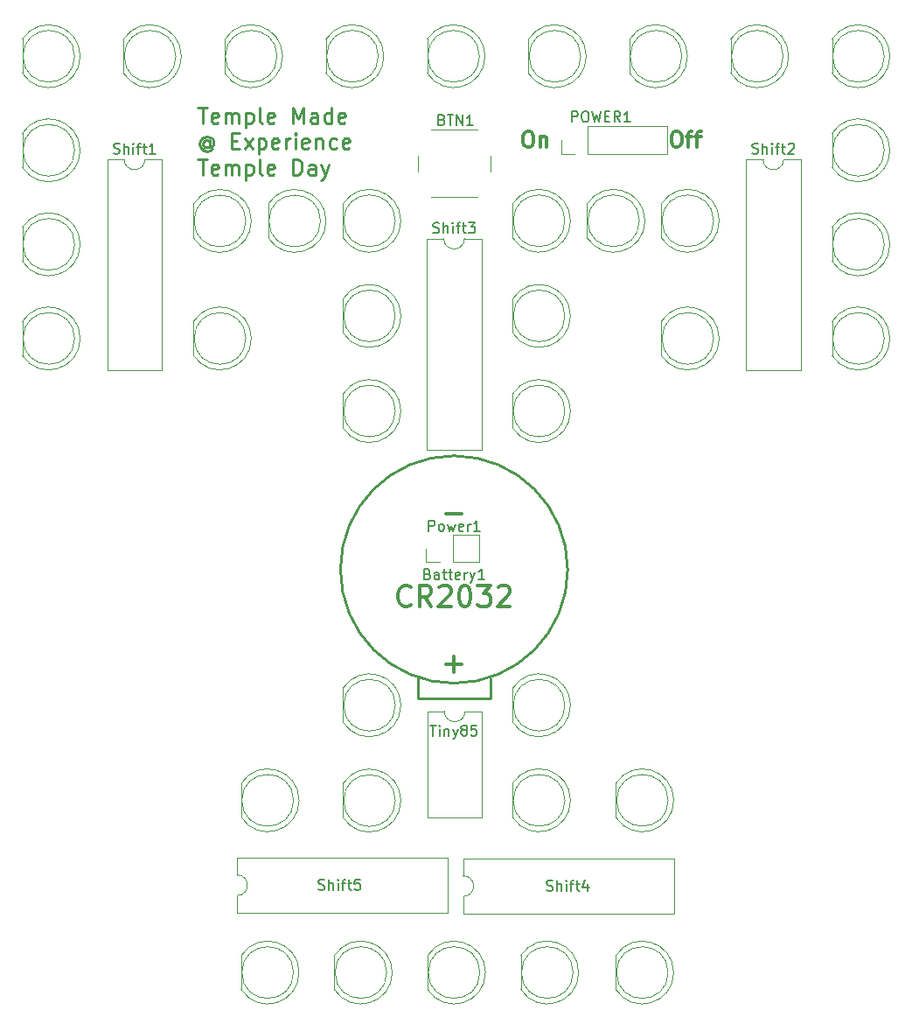
<source format=gbr>
G04 #@! TF.GenerationSoftware,KiCad,Pcbnew,(5.0.0)*
G04 #@! TF.CreationDate,2019-01-20T21:11:23-05:00*
G04 #@! TF.ProjectId,MiniTempleT,4D696E6954656D706C65542E6B696361,rev?*
G04 #@! TF.SameCoordinates,Original*
G04 #@! TF.FileFunction,Legend,Top*
G04 #@! TF.FilePolarity,Positive*
%FSLAX46Y46*%
G04 Gerber Fmt 4.6, Leading zero omitted, Abs format (unit mm)*
G04 Created by KiCad (PCBNEW (5.0.0)) date 01/20/19 21:11:23*
%MOMM*%
%LPD*%
G01*
G04 APERTURE LIST*
%ADD10C,0.250000*%
%ADD11C,0.300000*%
%ADD12C,0.120000*%
%ADD13C,0.150000*%
G04 APERTURE END LIST*
D10*
X146405357Y-62878571D02*
X147262500Y-62878571D01*
X146833928Y-64378571D02*
X146833928Y-62878571D01*
X148333928Y-64307142D02*
X148191071Y-64378571D01*
X147905357Y-64378571D01*
X147762500Y-64307142D01*
X147691071Y-64164285D01*
X147691071Y-63592857D01*
X147762500Y-63450000D01*
X147905357Y-63378571D01*
X148191071Y-63378571D01*
X148333928Y-63450000D01*
X148405357Y-63592857D01*
X148405357Y-63735714D01*
X147691071Y-63878571D01*
X149048214Y-64378571D02*
X149048214Y-63378571D01*
X149048214Y-63521428D02*
X149119642Y-63450000D01*
X149262500Y-63378571D01*
X149476785Y-63378571D01*
X149619642Y-63450000D01*
X149691071Y-63592857D01*
X149691071Y-64378571D01*
X149691071Y-63592857D02*
X149762500Y-63450000D01*
X149905357Y-63378571D01*
X150119642Y-63378571D01*
X150262500Y-63450000D01*
X150333928Y-63592857D01*
X150333928Y-64378571D01*
X151048214Y-63378571D02*
X151048214Y-64878571D01*
X151048214Y-63450000D02*
X151191071Y-63378571D01*
X151476785Y-63378571D01*
X151619642Y-63450000D01*
X151691071Y-63521428D01*
X151762500Y-63664285D01*
X151762500Y-64092857D01*
X151691071Y-64235714D01*
X151619642Y-64307142D01*
X151476785Y-64378571D01*
X151191071Y-64378571D01*
X151048214Y-64307142D01*
X152619642Y-64378571D02*
X152476785Y-64307142D01*
X152405357Y-64164285D01*
X152405357Y-62878571D01*
X153762500Y-64307142D02*
X153619642Y-64378571D01*
X153333928Y-64378571D01*
X153191071Y-64307142D01*
X153119642Y-64164285D01*
X153119642Y-63592857D01*
X153191071Y-63450000D01*
X153333928Y-63378571D01*
X153619642Y-63378571D01*
X153762500Y-63450000D01*
X153833928Y-63592857D01*
X153833928Y-63735714D01*
X153119642Y-63878571D01*
X155619642Y-64378571D02*
X155619642Y-62878571D01*
X156119642Y-63950000D01*
X156619642Y-62878571D01*
X156619642Y-64378571D01*
X157976785Y-64378571D02*
X157976785Y-63592857D01*
X157905357Y-63450000D01*
X157762500Y-63378571D01*
X157476785Y-63378571D01*
X157333928Y-63450000D01*
X157976785Y-64307142D02*
X157833928Y-64378571D01*
X157476785Y-64378571D01*
X157333928Y-64307142D01*
X157262500Y-64164285D01*
X157262500Y-64021428D01*
X157333928Y-63878571D01*
X157476785Y-63807142D01*
X157833928Y-63807142D01*
X157976785Y-63735714D01*
X159333928Y-64378571D02*
X159333928Y-62878571D01*
X159333928Y-64307142D02*
X159191071Y-64378571D01*
X158905357Y-64378571D01*
X158762500Y-64307142D01*
X158691071Y-64235714D01*
X158619642Y-64092857D01*
X158619642Y-63664285D01*
X158691071Y-63521428D01*
X158762500Y-63450000D01*
X158905357Y-63378571D01*
X159191071Y-63378571D01*
X159333928Y-63450000D01*
X160619642Y-64307142D02*
X160476785Y-64378571D01*
X160191071Y-64378571D01*
X160048214Y-64307142D01*
X159976785Y-64164285D01*
X159976785Y-63592857D01*
X160048214Y-63450000D01*
X160191071Y-63378571D01*
X160476785Y-63378571D01*
X160619642Y-63450000D01*
X160691071Y-63592857D01*
X160691071Y-63735714D01*
X159976785Y-63878571D01*
X147548214Y-66164285D02*
X147476785Y-66092857D01*
X147333928Y-66021428D01*
X147191071Y-66021428D01*
X147048214Y-66092857D01*
X146976785Y-66164285D01*
X146905357Y-66307142D01*
X146905357Y-66450000D01*
X146976785Y-66592857D01*
X147048214Y-66664285D01*
X147191071Y-66735714D01*
X147333928Y-66735714D01*
X147476785Y-66664285D01*
X147548214Y-66592857D01*
X147548214Y-66021428D02*
X147548214Y-66592857D01*
X147619642Y-66664285D01*
X147691071Y-66664285D01*
X147833928Y-66592857D01*
X147905357Y-66450000D01*
X147905357Y-66092857D01*
X147762500Y-65878571D01*
X147548214Y-65735714D01*
X147262500Y-65664285D01*
X146976785Y-65735714D01*
X146762500Y-65878571D01*
X146619642Y-66092857D01*
X146548214Y-66378571D01*
X146619642Y-66664285D01*
X146762500Y-66878571D01*
X146976785Y-67021428D01*
X147262500Y-67092857D01*
X147548214Y-67021428D01*
X147762500Y-66878571D01*
X149691071Y-66092857D02*
X150191071Y-66092857D01*
X150405357Y-66878571D02*
X149691071Y-66878571D01*
X149691071Y-65378571D01*
X150405357Y-65378571D01*
X150905357Y-66878571D02*
X151691071Y-65878571D01*
X150905357Y-65878571D02*
X151691071Y-66878571D01*
X152262500Y-65878571D02*
X152262500Y-67378571D01*
X152262500Y-65950000D02*
X152405357Y-65878571D01*
X152691071Y-65878571D01*
X152833928Y-65950000D01*
X152905357Y-66021428D01*
X152976785Y-66164285D01*
X152976785Y-66592857D01*
X152905357Y-66735714D01*
X152833928Y-66807142D01*
X152691071Y-66878571D01*
X152405357Y-66878571D01*
X152262500Y-66807142D01*
X154191071Y-66807142D02*
X154048214Y-66878571D01*
X153762500Y-66878571D01*
X153619642Y-66807142D01*
X153548214Y-66664285D01*
X153548214Y-66092857D01*
X153619642Y-65950000D01*
X153762500Y-65878571D01*
X154048214Y-65878571D01*
X154191071Y-65950000D01*
X154262500Y-66092857D01*
X154262500Y-66235714D01*
X153548214Y-66378571D01*
X154905357Y-66878571D02*
X154905357Y-65878571D01*
X154905357Y-66164285D02*
X154976785Y-66021428D01*
X155048214Y-65950000D01*
X155191071Y-65878571D01*
X155333928Y-65878571D01*
X155833928Y-66878571D02*
X155833928Y-65878571D01*
X155833928Y-65378571D02*
X155762500Y-65450000D01*
X155833928Y-65521428D01*
X155905357Y-65450000D01*
X155833928Y-65378571D01*
X155833928Y-65521428D01*
X157119642Y-66807142D02*
X156976785Y-66878571D01*
X156691071Y-66878571D01*
X156548214Y-66807142D01*
X156476785Y-66664285D01*
X156476785Y-66092857D01*
X156548214Y-65950000D01*
X156691071Y-65878571D01*
X156976785Y-65878571D01*
X157119642Y-65950000D01*
X157191071Y-66092857D01*
X157191071Y-66235714D01*
X156476785Y-66378571D01*
X157833928Y-65878571D02*
X157833928Y-66878571D01*
X157833928Y-66021428D02*
X157905357Y-65950000D01*
X158048214Y-65878571D01*
X158262500Y-65878571D01*
X158405357Y-65950000D01*
X158476785Y-66092857D01*
X158476785Y-66878571D01*
X159833928Y-66807142D02*
X159691071Y-66878571D01*
X159405357Y-66878571D01*
X159262500Y-66807142D01*
X159191071Y-66735714D01*
X159119642Y-66592857D01*
X159119642Y-66164285D01*
X159191071Y-66021428D01*
X159262500Y-65950000D01*
X159405357Y-65878571D01*
X159691071Y-65878571D01*
X159833928Y-65950000D01*
X161048214Y-66807142D02*
X160905357Y-66878571D01*
X160619642Y-66878571D01*
X160476785Y-66807142D01*
X160405357Y-66664285D01*
X160405357Y-66092857D01*
X160476785Y-65950000D01*
X160619642Y-65878571D01*
X160905357Y-65878571D01*
X161048214Y-65950000D01*
X161119642Y-66092857D01*
X161119642Y-66235714D01*
X160405357Y-66378571D01*
X146405357Y-67878571D02*
X147262500Y-67878571D01*
X146833928Y-69378571D02*
X146833928Y-67878571D01*
X148333928Y-69307142D02*
X148191071Y-69378571D01*
X147905357Y-69378571D01*
X147762500Y-69307142D01*
X147691071Y-69164285D01*
X147691071Y-68592857D01*
X147762500Y-68450000D01*
X147905357Y-68378571D01*
X148191071Y-68378571D01*
X148333928Y-68450000D01*
X148405357Y-68592857D01*
X148405357Y-68735714D01*
X147691071Y-68878571D01*
X149048214Y-69378571D02*
X149048214Y-68378571D01*
X149048214Y-68521428D02*
X149119642Y-68450000D01*
X149262500Y-68378571D01*
X149476785Y-68378571D01*
X149619642Y-68450000D01*
X149691071Y-68592857D01*
X149691071Y-69378571D01*
X149691071Y-68592857D02*
X149762500Y-68450000D01*
X149905357Y-68378571D01*
X150119642Y-68378571D01*
X150262500Y-68450000D01*
X150333928Y-68592857D01*
X150333928Y-69378571D01*
X151048214Y-68378571D02*
X151048214Y-69878571D01*
X151048214Y-68450000D02*
X151191071Y-68378571D01*
X151476785Y-68378571D01*
X151619642Y-68450000D01*
X151691071Y-68521428D01*
X151762500Y-68664285D01*
X151762500Y-69092857D01*
X151691071Y-69235714D01*
X151619642Y-69307142D01*
X151476785Y-69378571D01*
X151191071Y-69378571D01*
X151048214Y-69307142D01*
X152619642Y-69378571D02*
X152476785Y-69307142D01*
X152405357Y-69164285D01*
X152405357Y-67878571D01*
X153762500Y-69307142D02*
X153619642Y-69378571D01*
X153333928Y-69378571D01*
X153191071Y-69307142D01*
X153119642Y-69164285D01*
X153119642Y-68592857D01*
X153191071Y-68450000D01*
X153333928Y-68378571D01*
X153619642Y-68378571D01*
X153762500Y-68450000D01*
X153833928Y-68592857D01*
X153833928Y-68735714D01*
X153119642Y-68878571D01*
X155619642Y-69378571D02*
X155619642Y-67878571D01*
X155976785Y-67878571D01*
X156191071Y-67950000D01*
X156333928Y-68092857D01*
X156405357Y-68235714D01*
X156476785Y-68521428D01*
X156476785Y-68735714D01*
X156405357Y-69021428D01*
X156333928Y-69164285D01*
X156191071Y-69307142D01*
X155976785Y-69378571D01*
X155619642Y-69378571D01*
X157762500Y-69378571D02*
X157762500Y-68592857D01*
X157691071Y-68450000D01*
X157548214Y-68378571D01*
X157262500Y-68378571D01*
X157119642Y-68450000D01*
X157762500Y-69307142D02*
X157619642Y-69378571D01*
X157262500Y-69378571D01*
X157119642Y-69307142D01*
X157048214Y-69164285D01*
X157048214Y-69021428D01*
X157119642Y-68878571D01*
X157262500Y-68807142D01*
X157619642Y-68807142D01*
X157762500Y-68735714D01*
X158333928Y-68378571D02*
X158691071Y-69378571D01*
X159048214Y-68378571D02*
X158691071Y-69378571D01*
X158548214Y-69735714D01*
X158476785Y-69807142D01*
X158333928Y-69878571D01*
D11*
X178248571Y-65218571D02*
X178534285Y-65218571D01*
X178677142Y-65290000D01*
X178820000Y-65432857D01*
X178891428Y-65718571D01*
X178891428Y-66218571D01*
X178820000Y-66504285D01*
X178677142Y-66647142D01*
X178534285Y-66718571D01*
X178248571Y-66718571D01*
X178105714Y-66647142D01*
X177962857Y-66504285D01*
X177891428Y-66218571D01*
X177891428Y-65718571D01*
X177962857Y-65432857D01*
X178105714Y-65290000D01*
X178248571Y-65218571D01*
X179534285Y-65718571D02*
X179534285Y-66718571D01*
X179534285Y-65861428D02*
X179605714Y-65790000D01*
X179748571Y-65718571D01*
X179962857Y-65718571D01*
X180105714Y-65790000D01*
X180177142Y-65932857D01*
X180177142Y-66718571D01*
X192600000Y-65178571D02*
X192885714Y-65178571D01*
X193028571Y-65250000D01*
X193171428Y-65392857D01*
X193242857Y-65678571D01*
X193242857Y-66178571D01*
X193171428Y-66464285D01*
X193028571Y-66607142D01*
X192885714Y-66678571D01*
X192600000Y-66678571D01*
X192457142Y-66607142D01*
X192314285Y-66464285D01*
X192242857Y-66178571D01*
X192242857Y-65678571D01*
X192314285Y-65392857D01*
X192457142Y-65250000D01*
X192600000Y-65178571D01*
X193671428Y-65678571D02*
X194242857Y-65678571D01*
X193885714Y-66678571D02*
X193885714Y-65392857D01*
X193957142Y-65250000D01*
X194100000Y-65178571D01*
X194242857Y-65178571D01*
X194528571Y-65678571D02*
X195100000Y-65678571D01*
X194742857Y-66678571D02*
X194742857Y-65392857D01*
X194814285Y-65250000D01*
X194957142Y-65178571D01*
X195100000Y-65178571D01*
D12*
G04 #@! TO.C,Tiny85*
X172260000Y-121288000D02*
G75*
G02X170260000Y-121288000I-1000000J0D01*
G01*
X170260000Y-121288000D02*
X168610000Y-121288000D01*
X168610000Y-121288000D02*
X168610000Y-131568000D01*
X168610000Y-131568000D02*
X173910000Y-131568000D01*
X173910000Y-131568000D02*
X173910000Y-121288000D01*
X173910000Y-121288000D02*
X172260000Y-121288000D01*
G04 #@! TO.C,BTN1*
X168965000Y-71540000D02*
X173465000Y-71540000D01*
X167715000Y-67540000D02*
X167715000Y-69040000D01*
X173465000Y-65040000D02*
X168965000Y-65040000D01*
X174715000Y-69040000D02*
X174715000Y-67540000D01*
D10*
G04 #@! TO.C,Battery1*
X171196000Y-120069000D02*
X167696000Y-120069000D01*
X167696000Y-120069000D02*
X167696000Y-118069000D01*
X171196000Y-120069000D02*
X174196000Y-120069000D01*
X174196000Y-120069000D02*
X174696000Y-120069000D01*
X174696000Y-120069000D02*
X174696000Y-118069000D01*
X182196000Y-107569000D02*
G75*
G03X182196000Y-107569000I-11000000J0D01*
G01*
D12*
G04 #@! TO.C,Power1*
X173669000Y-106867000D02*
X173669000Y-104207000D01*
X171069000Y-106867000D02*
X173669000Y-106867000D01*
X171069000Y-104207000D02*
X173669000Y-104207000D01*
X171069000Y-106867000D02*
X171069000Y-104207000D01*
X169799000Y-106867000D02*
X168469000Y-106867000D01*
X168469000Y-106867000D02*
X168469000Y-105537000D01*
G04 #@! TO.C,D1*
X134992999Y-85218958D02*
G75*
G03X129393000Y-83577488I-3039999J1958D01*
G01*
X134992999Y-85215042D02*
G75*
G02X129393000Y-86856512I-3039999J-1958D01*
G01*
X134453000Y-85217000D02*
G75*
G03X134453000Y-85217000I-2500000J0D01*
G01*
X129393000Y-83577000D02*
X129393000Y-86857000D01*
G04 #@! TO.C,D2*
X129393000Y-74477000D02*
X129393000Y-77757000D01*
X134453000Y-76117000D02*
G75*
G03X134453000Y-76117000I-2500000J0D01*
G01*
X134992999Y-76115042D02*
G75*
G02X129393000Y-77756512I-3039999J-1958D01*
G01*
X134992999Y-76118958D02*
G75*
G03X129393000Y-74477488I-3039999J1958D01*
G01*
G04 #@! TO.C,D3*
X129393000Y-65377000D02*
X129393000Y-68657000D01*
X134453000Y-67017000D02*
G75*
G03X134453000Y-67017000I-2500000J0D01*
G01*
X134992999Y-67015042D02*
G75*
G02X129393000Y-68656512I-3039999J-1958D01*
G01*
X134992999Y-67018958D02*
G75*
G03X129393000Y-65377488I-3039999J1958D01*
G01*
G04 #@! TO.C,D4*
X129393000Y-56277000D02*
X129393000Y-59557000D01*
X134453000Y-57917000D02*
G75*
G03X134453000Y-57917000I-2500000J0D01*
G01*
X134992999Y-57915042D02*
G75*
G02X129393000Y-59556512I-3039999J-1958D01*
G01*
X134992999Y-57918958D02*
G75*
G03X129393000Y-56277488I-3039999J1958D01*
G01*
G04 #@! TO.C,D5*
X144792999Y-57918958D02*
G75*
G03X139193000Y-56277488I-3039999J1958D01*
G01*
X144792999Y-57915042D02*
G75*
G02X139193000Y-59556512I-3039999J-1958D01*
G01*
X144253000Y-57917000D02*
G75*
G03X144253000Y-57917000I-2500000J0D01*
G01*
X139193000Y-56277000D02*
X139193000Y-59557000D01*
G04 #@! TO.C,D6*
X148993000Y-56277000D02*
X148993000Y-59557000D01*
X154053000Y-57917000D02*
G75*
G03X154053000Y-57917000I-2500000J0D01*
G01*
X154592999Y-57915042D02*
G75*
G02X148993000Y-59556512I-3039999J-1958D01*
G01*
X154592999Y-57918958D02*
G75*
G03X148993000Y-56277488I-3039999J1958D01*
G01*
G04 #@! TO.C,D7*
X164392999Y-57918958D02*
G75*
G03X158793000Y-56277488I-3039999J1958D01*
G01*
X164392999Y-57915042D02*
G75*
G02X158793000Y-59556512I-3039999J-1958D01*
G01*
X163853000Y-57917000D02*
G75*
G03X163853000Y-57917000I-2500000J0D01*
G01*
X158793000Y-56277000D02*
X158793000Y-59557000D01*
G04 #@! TO.C,D8*
X174192999Y-57918958D02*
G75*
G03X168593000Y-56277488I-3039999J1958D01*
G01*
X174192999Y-57915042D02*
G75*
G02X168593000Y-59556512I-3039999J-1958D01*
G01*
X173653000Y-57917000D02*
G75*
G03X173653000Y-57917000I-2500000J0D01*
G01*
X168593000Y-56277000D02*
X168593000Y-59557000D01*
G04 #@! TO.C,D9*
X178393000Y-56277000D02*
X178393000Y-59557000D01*
X183453000Y-57917000D02*
G75*
G03X183453000Y-57917000I-2500000J0D01*
G01*
X183992999Y-57915042D02*
G75*
G02X178393000Y-59556512I-3039999J-1958D01*
G01*
X183992999Y-57918958D02*
G75*
G03X178393000Y-56277488I-3039999J1958D01*
G01*
G04 #@! TO.C,D10*
X188193000Y-56277000D02*
X188193000Y-59557000D01*
X193253000Y-57917000D02*
G75*
G03X193253000Y-57917000I-2500000J0D01*
G01*
X193792999Y-57915042D02*
G75*
G02X188193000Y-59556512I-3039999J-1958D01*
G01*
X193792999Y-57918958D02*
G75*
G03X188193000Y-56277488I-3039999J1958D01*
G01*
G04 #@! TO.C,D11*
X203592999Y-57918958D02*
G75*
G03X197993000Y-56277488I-3039999J1958D01*
G01*
X203592999Y-57915042D02*
G75*
G02X197993000Y-59556512I-3039999J-1958D01*
G01*
X203053000Y-57917000D02*
G75*
G03X203053000Y-57917000I-2500000J0D01*
G01*
X197993000Y-56277000D02*
X197993000Y-59557000D01*
G04 #@! TO.C,D12*
X207793000Y-56277000D02*
X207793000Y-59557000D01*
X212853000Y-57917000D02*
G75*
G03X212853000Y-57917000I-2500000J0D01*
G01*
X213392999Y-57915042D02*
G75*
G02X207793000Y-59556512I-3039999J-1958D01*
G01*
X213392999Y-57918958D02*
G75*
G03X207793000Y-56277488I-3039999J1958D01*
G01*
G04 #@! TO.C,D13*
X213392999Y-67018958D02*
G75*
G03X207793000Y-65377488I-3039999J1958D01*
G01*
X213392999Y-67015042D02*
G75*
G02X207793000Y-68656512I-3039999J-1958D01*
G01*
X212853000Y-67017000D02*
G75*
G03X212853000Y-67017000I-2500000J0D01*
G01*
X207793000Y-65377000D02*
X207793000Y-68657000D01*
G04 #@! TO.C,D14*
X207793000Y-74477000D02*
X207793000Y-77757000D01*
X212853000Y-76117000D02*
G75*
G03X212853000Y-76117000I-2500000J0D01*
G01*
X213392999Y-76115042D02*
G75*
G02X207793000Y-77756512I-3039999J-1958D01*
G01*
X213392999Y-76118958D02*
G75*
G03X207793000Y-74477488I-3039999J1958D01*
G01*
G04 #@! TO.C,D15*
X213392999Y-85218958D02*
G75*
G03X207793000Y-83577488I-3039999J1958D01*
G01*
X213392999Y-85215042D02*
G75*
G02X207793000Y-86856512I-3039999J-1958D01*
G01*
X212853000Y-85217000D02*
G75*
G03X212853000Y-85217000I-2500000J0D01*
G01*
X207793000Y-83577000D02*
X207793000Y-86857000D01*
G04 #@! TO.C,D16*
X191267000Y-83577000D02*
X191267000Y-86857000D01*
X196327000Y-85217000D02*
G75*
G03X196327000Y-85217000I-2500000J0D01*
G01*
X196866999Y-85215042D02*
G75*
G02X191267000Y-86856512I-3039999J-1958D01*
G01*
X196866999Y-85218958D02*
G75*
G03X191267000Y-83577488I-3039999J1958D01*
G01*
G04 #@! TO.C,D17*
X191267000Y-72197800D02*
X191267000Y-75477800D01*
X196327000Y-73837800D02*
G75*
G03X196327000Y-73837800I-2500000J0D01*
G01*
X196866999Y-73835842D02*
G75*
G02X191267000Y-75477312I-3039999J-1958D01*
G01*
X196866999Y-73839758D02*
G75*
G03X191267000Y-72198288I-3039999J1958D01*
G01*
G04 #@! TO.C,D18*
X189678999Y-73839758D02*
G75*
G03X184079000Y-72198288I-3039999J1958D01*
G01*
X189678999Y-73835842D02*
G75*
G02X184079000Y-75477312I-3039999J-1958D01*
G01*
X189139000Y-73837800D02*
G75*
G03X189139000Y-73837800I-2500000J0D01*
G01*
X184079000Y-72197800D02*
X184079000Y-75477800D01*
G04 #@! TO.C,D19*
X176866000Y-72197800D02*
X176866000Y-75477800D01*
X181926000Y-73837800D02*
G75*
G03X181926000Y-73837800I-2500000J0D01*
G01*
X182465999Y-73835842D02*
G75*
G02X176866000Y-75477312I-3039999J-1958D01*
G01*
X182465999Y-73839758D02*
G75*
G03X176866000Y-72198288I-3039999J1958D01*
G01*
G04 #@! TO.C,D20*
X182465999Y-83039758D02*
G75*
G03X176866000Y-81398288I-3039999J1958D01*
G01*
X182465999Y-83035842D02*
G75*
G02X176866000Y-84677312I-3039999J-1958D01*
G01*
X181926000Y-83037800D02*
G75*
G03X181926000Y-83037800I-2500000J0D01*
G01*
X176866000Y-81397800D02*
X176866000Y-84677800D01*
G04 #@! TO.C,D21*
X176866000Y-90597800D02*
X176866000Y-93877800D01*
X181926000Y-92237800D02*
G75*
G03X181926000Y-92237800I-2500000J0D01*
G01*
X182465999Y-92235842D02*
G75*
G02X176866000Y-93877312I-3039999J-1958D01*
G01*
X182465999Y-92239758D02*
G75*
G03X176866000Y-90598288I-3039999J1958D01*
G01*
G04 #@! TO.C,D22*
X182465999Y-120700958D02*
G75*
G03X176866000Y-119059488I-3039999J1958D01*
G01*
X182465999Y-120697042D02*
G75*
G02X176866000Y-122338512I-3039999J-1958D01*
G01*
X181926000Y-120699000D02*
G75*
G03X181926000Y-120699000I-2500000J0D01*
G01*
X176866000Y-119059000D02*
X176866000Y-122339000D01*
G04 #@! TO.C,D23*
X176866000Y-128259000D02*
X176866000Y-131539000D01*
X181926000Y-129899000D02*
G75*
G03X181926000Y-129899000I-2500000J0D01*
G01*
X182465999Y-129897042D02*
G75*
G02X176866000Y-131538512I-3039999J-1958D01*
G01*
X182465999Y-129900958D02*
G75*
G03X176866000Y-128259488I-3039999J1958D01*
G01*
G04 #@! TO.C,D24*
X192465999Y-129900958D02*
G75*
G03X186866000Y-128259488I-3039999J1958D01*
G01*
X192465999Y-129897042D02*
G75*
G02X186866000Y-131538512I-3039999J-1958D01*
G01*
X191926000Y-129899000D02*
G75*
G03X191926000Y-129899000I-2500000J0D01*
G01*
X186866000Y-128259000D02*
X186866000Y-131539000D01*
G04 #@! TO.C,D25*
X186860000Y-144918000D02*
X186860000Y-148198000D01*
X191920000Y-146558000D02*
G75*
G03X191920000Y-146558000I-2500000J0D01*
G01*
X192459999Y-146556042D02*
G75*
G02X186860000Y-148197512I-3039999J-1958D01*
G01*
X192459999Y-146559958D02*
G75*
G03X186860000Y-144918488I-3039999J1958D01*
G01*
G04 #@! TO.C,D26*
X183259999Y-146559958D02*
G75*
G03X177660000Y-144918488I-3039999J1958D01*
G01*
X183259999Y-146556042D02*
G75*
G02X177660000Y-148197512I-3039999J-1958D01*
G01*
X182720000Y-146558000D02*
G75*
G03X182720000Y-146558000I-2500000J0D01*
G01*
X177660000Y-144918000D02*
X177660000Y-148198000D01*
G04 #@! TO.C,D27*
X168636000Y-144918000D02*
X168636000Y-148198000D01*
X173696000Y-146558000D02*
G75*
G03X173696000Y-146558000I-2500000J0D01*
G01*
X174235999Y-146556042D02*
G75*
G02X168636000Y-148197512I-3039999J-1958D01*
G01*
X174235999Y-146559958D02*
G75*
G03X168636000Y-144918488I-3039999J1958D01*
G01*
G04 #@! TO.C,D28*
X165211999Y-146559958D02*
G75*
G03X159612000Y-144918488I-3039999J1958D01*
G01*
X165211999Y-146556042D02*
G75*
G02X159612000Y-148197512I-3039999J-1958D01*
G01*
X164672000Y-146558000D02*
G75*
G03X164672000Y-146558000I-2500000J0D01*
G01*
X159612000Y-144918000D02*
X159612000Y-148198000D01*
G04 #@! TO.C,D29*
X156186999Y-146559958D02*
G75*
G03X150587000Y-144918488I-3039999J1958D01*
G01*
X156186999Y-146556042D02*
G75*
G02X150587000Y-148197512I-3039999J-1958D01*
G01*
X155647000Y-146558000D02*
G75*
G03X155647000Y-146558000I-2500000J0D01*
G01*
X150587000Y-144918000D02*
X150587000Y-148198000D01*
G04 #@! TO.C,D30*
X156186999Y-129900958D02*
G75*
G03X150587000Y-128259488I-3039999J1958D01*
G01*
X156186999Y-129897042D02*
G75*
G02X150587000Y-131538512I-3039999J-1958D01*
G01*
X155647000Y-129899000D02*
G75*
G03X155647000Y-129899000I-2500000J0D01*
G01*
X150587000Y-128259000D02*
X150587000Y-131539000D01*
G04 #@! TO.C,D31*
X160444000Y-128281000D02*
X160444000Y-131561000D01*
X165504000Y-129921000D02*
G75*
G03X165504000Y-129921000I-2500000J0D01*
G01*
X166043999Y-129919042D02*
G75*
G02X160444000Y-131560512I-3039999J-1958D01*
G01*
X166043999Y-129922958D02*
G75*
G03X160444000Y-128281488I-3039999J1958D01*
G01*
G04 #@! TO.C,D32*
X166043999Y-120700958D02*
G75*
G03X160444000Y-119059488I-3039999J1958D01*
G01*
X166043999Y-120697042D02*
G75*
G02X160444000Y-122338512I-3039999J-1958D01*
G01*
X165504000Y-120699000D02*
G75*
G03X165504000Y-120699000I-2500000J0D01*
G01*
X160444000Y-119059000D02*
X160444000Y-122339000D01*
G04 #@! TO.C,D33*
X160444000Y-90597800D02*
X160444000Y-93877800D01*
X165504000Y-92237800D02*
G75*
G03X165504000Y-92237800I-2500000J0D01*
G01*
X166043999Y-92235842D02*
G75*
G02X160444000Y-93877312I-3039999J-1958D01*
G01*
X166043999Y-92239758D02*
G75*
G03X160444000Y-90598288I-3039999J1958D01*
G01*
G04 #@! TO.C,D34*
X166043999Y-83039758D02*
G75*
G03X160444000Y-81398288I-3039999J1958D01*
G01*
X166043999Y-83035842D02*
G75*
G02X160444000Y-84677312I-3039999J-1958D01*
G01*
X165504000Y-83037800D02*
G75*
G03X165504000Y-83037800I-2500000J0D01*
G01*
X160444000Y-81397800D02*
X160444000Y-84677800D01*
G04 #@! TO.C,D35*
X160444000Y-72197800D02*
X160444000Y-75477800D01*
X165504000Y-73837800D02*
G75*
G03X165504000Y-73837800I-2500000J0D01*
G01*
X166043999Y-73835842D02*
G75*
G02X160444000Y-75477312I-3039999J-1958D01*
G01*
X166043999Y-73839758D02*
G75*
G03X160444000Y-72198288I-3039999J1958D01*
G01*
G04 #@! TO.C,D36*
X158805999Y-73852458D02*
G75*
G03X153206000Y-72210988I-3039999J1958D01*
G01*
X158805999Y-73848542D02*
G75*
G02X153206000Y-75490012I-3039999J-1958D01*
G01*
X158266000Y-73850500D02*
G75*
G03X158266000Y-73850500I-2500000J0D01*
G01*
X153206000Y-72210500D02*
X153206000Y-75490500D01*
G04 #@! TO.C,D37*
X145966000Y-72210500D02*
X145966000Y-75490500D01*
X151026000Y-73850500D02*
G75*
G03X151026000Y-73850500I-2500000J0D01*
G01*
X151565999Y-73848542D02*
G75*
G02X145966000Y-75490012I-3039999J-1958D01*
G01*
X151565999Y-73852458D02*
G75*
G03X145966000Y-72210988I-3039999J1958D01*
G01*
G04 #@! TO.C,D38*
X151565999Y-85218958D02*
G75*
G03X145966000Y-83577488I-3039999J1958D01*
G01*
X151565999Y-85215042D02*
G75*
G02X145966000Y-86856512I-3039999J-1958D01*
G01*
X151026000Y-85217000D02*
G75*
G03X151026000Y-85217000I-2500000J0D01*
G01*
X145966000Y-83577000D02*
X145966000Y-86857000D01*
G04 #@! TO.C,Shift1*
X142909000Y-67885000D02*
X141259000Y-67885000D01*
X142909000Y-88325000D02*
X142909000Y-67885000D01*
X137609000Y-88325000D02*
X142909000Y-88325000D01*
X137609000Y-67885000D02*
X137609000Y-88325000D01*
X139259000Y-67885000D02*
X137609000Y-67885000D01*
X141259000Y-67885000D02*
G75*
G02X139259000Y-67885000I-1000000J0D01*
G01*
G04 #@! TO.C,Shift2*
X204758000Y-67885000D02*
X203108000Y-67885000D01*
X204758000Y-88325000D02*
X204758000Y-67885000D01*
X199458000Y-88325000D02*
X204758000Y-88325000D01*
X199458000Y-67885000D02*
X199458000Y-88325000D01*
X201108000Y-67885000D02*
X199458000Y-67885000D01*
X203108000Y-67885000D02*
G75*
G02X201108000Y-67885000I-1000000J0D01*
G01*
G04 #@! TO.C,Shift3*
X172196000Y-75555800D02*
G75*
G02X170196000Y-75555800I-1000000J0D01*
G01*
X170196000Y-75555800D02*
X168546000Y-75555800D01*
X168546000Y-75555800D02*
X168546000Y-95995800D01*
X168546000Y-95995800D02*
X173846000Y-95995800D01*
X173846000Y-95995800D02*
X173846000Y-75555800D01*
X173846000Y-75555800D02*
X172196000Y-75555800D01*
G04 #@! TO.C,Shift4*
X172088000Y-137192000D02*
G75*
G02X172088000Y-139192000I0J-1000000D01*
G01*
X172088000Y-139192000D02*
X172088000Y-140842000D01*
X172088000Y-140842000D02*
X192528000Y-140842000D01*
X192528000Y-140842000D02*
X192528000Y-135542000D01*
X192528000Y-135542000D02*
X172088000Y-135542000D01*
X172088000Y-135542000D02*
X172088000Y-137192000D01*
G04 #@! TO.C,Shift5*
X150181000Y-137112000D02*
G75*
G02X150181000Y-139112000I0J-1000000D01*
G01*
X150181000Y-139112000D02*
X150181000Y-140762000D01*
X150181000Y-140762000D02*
X170621000Y-140762000D01*
X170621000Y-140762000D02*
X170621000Y-135462000D01*
X170621000Y-135462000D02*
X150181000Y-135462000D01*
X150181000Y-135462000D02*
X150181000Y-137112000D01*
G04 #@! TO.C,POWER1*
X181550000Y-67370000D02*
X181550000Y-66040000D01*
X182880000Y-67370000D02*
X181550000Y-67370000D01*
X184150000Y-67370000D02*
X184150000Y-64710000D01*
X184150000Y-64710000D02*
X191830000Y-64710000D01*
X184150000Y-67370000D02*
X191830000Y-67370000D01*
X191830000Y-67370000D02*
X191830000Y-64710000D01*
G04 #@! TO.C,Tiny85*
D13*
X168886476Y-122642380D02*
X169457904Y-122642380D01*
X169172190Y-123642380D02*
X169172190Y-122642380D01*
X169791238Y-123642380D02*
X169791238Y-122975714D01*
X169791238Y-122642380D02*
X169743619Y-122690000D01*
X169791238Y-122737619D01*
X169838857Y-122690000D01*
X169791238Y-122642380D01*
X169791238Y-122737619D01*
X170267428Y-122975714D02*
X170267428Y-123642380D01*
X170267428Y-123070952D02*
X170315047Y-123023333D01*
X170410285Y-122975714D01*
X170553142Y-122975714D01*
X170648380Y-123023333D01*
X170696000Y-123118571D01*
X170696000Y-123642380D01*
X171076952Y-122975714D02*
X171315047Y-123642380D01*
X171553142Y-122975714D02*
X171315047Y-123642380D01*
X171219809Y-123880476D01*
X171172190Y-123928095D01*
X171076952Y-123975714D01*
X172076952Y-123070952D02*
X171981714Y-123023333D01*
X171934095Y-122975714D01*
X171886476Y-122880476D01*
X171886476Y-122832857D01*
X171934095Y-122737619D01*
X171981714Y-122690000D01*
X172076952Y-122642380D01*
X172267428Y-122642380D01*
X172362666Y-122690000D01*
X172410285Y-122737619D01*
X172457904Y-122832857D01*
X172457904Y-122880476D01*
X172410285Y-122975714D01*
X172362666Y-123023333D01*
X172267428Y-123070952D01*
X172076952Y-123070952D01*
X171981714Y-123118571D01*
X171934095Y-123166190D01*
X171886476Y-123261428D01*
X171886476Y-123451904D01*
X171934095Y-123547142D01*
X171981714Y-123594761D01*
X172076952Y-123642380D01*
X172267428Y-123642380D01*
X172362666Y-123594761D01*
X172410285Y-123547142D01*
X172457904Y-123451904D01*
X172457904Y-123261428D01*
X172410285Y-123166190D01*
X172362666Y-123118571D01*
X172267428Y-123070952D01*
X173362666Y-122642380D02*
X172886476Y-122642380D01*
X172838857Y-123118571D01*
X172886476Y-123070952D01*
X172981714Y-123023333D01*
X173219809Y-123023333D01*
X173315047Y-123070952D01*
X173362666Y-123118571D01*
X173410285Y-123213809D01*
X173410285Y-123451904D01*
X173362666Y-123547142D01*
X173315047Y-123594761D01*
X173219809Y-123642380D01*
X172981714Y-123642380D01*
X172886476Y-123594761D01*
X172838857Y-123547142D01*
G04 #@! TO.C,BTN1*
X170013356Y-64063571D02*
X170156213Y-64111190D01*
X170203832Y-64158809D01*
X170251451Y-64254047D01*
X170251451Y-64396904D01*
X170203832Y-64492142D01*
X170156213Y-64539761D01*
X170060975Y-64587380D01*
X169680022Y-64587380D01*
X169680022Y-63587380D01*
X170013356Y-63587380D01*
X170108594Y-63635000D01*
X170156213Y-63682619D01*
X170203832Y-63777857D01*
X170203832Y-63873095D01*
X170156213Y-63968333D01*
X170108594Y-64015952D01*
X170013356Y-64063571D01*
X169680022Y-64063571D01*
X170537165Y-63587380D02*
X171108594Y-63587380D01*
X170822880Y-64587380D02*
X170822880Y-63587380D01*
X171441927Y-64587380D02*
X171441927Y-63587380D01*
X172013356Y-64587380D01*
X172013356Y-63587380D01*
X173013356Y-64587380D02*
X172441927Y-64587380D01*
X172727641Y-64587380D02*
X172727641Y-63587380D01*
X172632403Y-63730238D01*
X172537165Y-63825476D01*
X172441927Y-63873095D01*
G04 #@! TO.C,Battery1*
X168648380Y-107997571D02*
X168791238Y-108045190D01*
X168838857Y-108092809D01*
X168886476Y-108188047D01*
X168886476Y-108330904D01*
X168838857Y-108426142D01*
X168791238Y-108473761D01*
X168696000Y-108521380D01*
X168315047Y-108521380D01*
X168315047Y-107521380D01*
X168648380Y-107521380D01*
X168743619Y-107569000D01*
X168791238Y-107616619D01*
X168838857Y-107711857D01*
X168838857Y-107807095D01*
X168791238Y-107902333D01*
X168743619Y-107949952D01*
X168648380Y-107997571D01*
X168315047Y-107997571D01*
X169743619Y-108521380D02*
X169743619Y-107997571D01*
X169696000Y-107902333D01*
X169600761Y-107854714D01*
X169410285Y-107854714D01*
X169315047Y-107902333D01*
X169743619Y-108473761D02*
X169648380Y-108521380D01*
X169410285Y-108521380D01*
X169315047Y-108473761D01*
X169267428Y-108378523D01*
X169267428Y-108283285D01*
X169315047Y-108188047D01*
X169410285Y-108140428D01*
X169648380Y-108140428D01*
X169743619Y-108092809D01*
X170076952Y-107854714D02*
X170457904Y-107854714D01*
X170219809Y-107521380D02*
X170219809Y-108378523D01*
X170267428Y-108473761D01*
X170362666Y-108521380D01*
X170457904Y-108521380D01*
X170648380Y-107854714D02*
X171029333Y-107854714D01*
X170791238Y-107521380D02*
X170791238Y-108378523D01*
X170838857Y-108473761D01*
X170934095Y-108521380D01*
X171029333Y-108521380D01*
X171743619Y-108473761D02*
X171648380Y-108521380D01*
X171457904Y-108521380D01*
X171362666Y-108473761D01*
X171315047Y-108378523D01*
X171315047Y-107997571D01*
X171362666Y-107902333D01*
X171457904Y-107854714D01*
X171648380Y-107854714D01*
X171743619Y-107902333D01*
X171791238Y-107997571D01*
X171791238Y-108092809D01*
X171315047Y-108188047D01*
X172219809Y-108521380D02*
X172219809Y-107854714D01*
X172219809Y-108045190D02*
X172267428Y-107949952D01*
X172315047Y-107902333D01*
X172410285Y-107854714D01*
X172505523Y-107854714D01*
X172743619Y-107854714D02*
X172981714Y-108521380D01*
X173219809Y-107854714D02*
X172981714Y-108521380D01*
X172886476Y-108759476D01*
X172838857Y-108807095D01*
X172743619Y-108854714D01*
X174124571Y-108521380D02*
X173553142Y-108521380D01*
X173838857Y-108521380D02*
X173838857Y-107521380D01*
X173743619Y-107664238D01*
X173648380Y-107759476D01*
X173553142Y-107807095D01*
D11*
X167005523Y-110950285D02*
X166910285Y-111045523D01*
X166624571Y-111140761D01*
X166434095Y-111140761D01*
X166148380Y-111045523D01*
X165957904Y-110855047D01*
X165862666Y-110664571D01*
X165767428Y-110283619D01*
X165767428Y-109997904D01*
X165862666Y-109616952D01*
X165957904Y-109426476D01*
X166148380Y-109236000D01*
X166434095Y-109140761D01*
X166624571Y-109140761D01*
X166910285Y-109236000D01*
X167005523Y-109331238D01*
X169005523Y-111140761D02*
X168338857Y-110188380D01*
X167862666Y-111140761D02*
X167862666Y-109140761D01*
X168624571Y-109140761D01*
X168815047Y-109236000D01*
X168910285Y-109331238D01*
X169005523Y-109521714D01*
X169005523Y-109807428D01*
X168910285Y-109997904D01*
X168815047Y-110093142D01*
X168624571Y-110188380D01*
X167862666Y-110188380D01*
X169767428Y-109331238D02*
X169862666Y-109236000D01*
X170053142Y-109140761D01*
X170529333Y-109140761D01*
X170719809Y-109236000D01*
X170815047Y-109331238D01*
X170910285Y-109521714D01*
X170910285Y-109712190D01*
X170815047Y-109997904D01*
X169672190Y-111140761D01*
X170910285Y-111140761D01*
X172148380Y-109140761D02*
X172338857Y-109140761D01*
X172529333Y-109236000D01*
X172624571Y-109331238D01*
X172719809Y-109521714D01*
X172815047Y-109902666D01*
X172815047Y-110378857D01*
X172719809Y-110759809D01*
X172624571Y-110950285D01*
X172529333Y-111045523D01*
X172338857Y-111140761D01*
X172148380Y-111140761D01*
X171957904Y-111045523D01*
X171862666Y-110950285D01*
X171767428Y-110759809D01*
X171672190Y-110378857D01*
X171672190Y-109902666D01*
X171767428Y-109521714D01*
X171862666Y-109331238D01*
X171957904Y-109236000D01*
X172148380Y-109140761D01*
X173481714Y-109140761D02*
X174719809Y-109140761D01*
X174053142Y-109902666D01*
X174338857Y-109902666D01*
X174529333Y-109997904D01*
X174624571Y-110093142D01*
X174719809Y-110283619D01*
X174719809Y-110759809D01*
X174624571Y-110950285D01*
X174529333Y-111045523D01*
X174338857Y-111140761D01*
X173767428Y-111140761D01*
X173576952Y-111045523D01*
X173481714Y-110950285D01*
X175481714Y-109331238D02*
X175576952Y-109236000D01*
X175767428Y-109140761D01*
X176243619Y-109140761D01*
X176434095Y-109236000D01*
X176529333Y-109331238D01*
X176624571Y-109521714D01*
X176624571Y-109712190D01*
X176529333Y-109997904D01*
X175386476Y-111140761D01*
X176624571Y-111140761D01*
X170434095Y-102211857D02*
X171957904Y-102211857D01*
X170434095Y-116711857D02*
X171957904Y-116711857D01*
X171196000Y-117473761D02*
X171196000Y-115949952D01*
G04 #@! TO.C,Power1*
D13*
X168743619Y-103830380D02*
X168743619Y-102830380D01*
X169124571Y-102830380D01*
X169219809Y-102878000D01*
X169267428Y-102925619D01*
X169315047Y-103020857D01*
X169315047Y-103163714D01*
X169267428Y-103258952D01*
X169219809Y-103306571D01*
X169124571Y-103354190D01*
X168743619Y-103354190D01*
X169886476Y-103830380D02*
X169791238Y-103782761D01*
X169743619Y-103735142D01*
X169696000Y-103639904D01*
X169696000Y-103354190D01*
X169743619Y-103258952D01*
X169791238Y-103211333D01*
X169886476Y-103163714D01*
X170029333Y-103163714D01*
X170124571Y-103211333D01*
X170172190Y-103258952D01*
X170219809Y-103354190D01*
X170219809Y-103639904D01*
X170172190Y-103735142D01*
X170124571Y-103782761D01*
X170029333Y-103830380D01*
X169886476Y-103830380D01*
X170553142Y-103163714D02*
X170743619Y-103830380D01*
X170934095Y-103354190D01*
X171124571Y-103830380D01*
X171315047Y-103163714D01*
X172076952Y-103782761D02*
X171981714Y-103830380D01*
X171791238Y-103830380D01*
X171696000Y-103782761D01*
X171648380Y-103687523D01*
X171648380Y-103306571D01*
X171696000Y-103211333D01*
X171791238Y-103163714D01*
X171981714Y-103163714D01*
X172076952Y-103211333D01*
X172124571Y-103306571D01*
X172124571Y-103401809D01*
X171648380Y-103497047D01*
X172553142Y-103830380D02*
X172553142Y-103163714D01*
X172553142Y-103354190D02*
X172600761Y-103258952D01*
X172648380Y-103211333D01*
X172743619Y-103163714D01*
X172838857Y-103163714D01*
X173696000Y-103830380D02*
X173124571Y-103830380D01*
X173410285Y-103830380D02*
X173410285Y-102830380D01*
X173315047Y-102973238D01*
X173219809Y-103068476D01*
X173124571Y-103116095D01*
G04 #@! TO.C,Shift1*
X138235190Y-67289761D02*
X138378047Y-67337380D01*
X138616142Y-67337380D01*
X138711380Y-67289761D01*
X138759000Y-67242142D01*
X138806619Y-67146904D01*
X138806619Y-67051666D01*
X138759000Y-66956428D01*
X138711380Y-66908809D01*
X138616142Y-66861190D01*
X138425666Y-66813571D01*
X138330428Y-66765952D01*
X138282809Y-66718333D01*
X138235190Y-66623095D01*
X138235190Y-66527857D01*
X138282809Y-66432619D01*
X138330428Y-66385000D01*
X138425666Y-66337380D01*
X138663761Y-66337380D01*
X138806619Y-66385000D01*
X139235190Y-67337380D02*
X139235190Y-66337380D01*
X139663761Y-67337380D02*
X139663761Y-66813571D01*
X139616142Y-66718333D01*
X139520904Y-66670714D01*
X139378047Y-66670714D01*
X139282809Y-66718333D01*
X139235190Y-66765952D01*
X140139952Y-67337380D02*
X140139952Y-66670714D01*
X140139952Y-66337380D02*
X140092333Y-66385000D01*
X140139952Y-66432619D01*
X140187571Y-66385000D01*
X140139952Y-66337380D01*
X140139952Y-66432619D01*
X140473285Y-66670714D02*
X140854238Y-66670714D01*
X140616142Y-67337380D02*
X140616142Y-66480238D01*
X140663761Y-66385000D01*
X140759000Y-66337380D01*
X140854238Y-66337380D01*
X141044714Y-66670714D02*
X141425666Y-66670714D01*
X141187571Y-66337380D02*
X141187571Y-67194523D01*
X141235190Y-67289761D01*
X141330428Y-67337380D01*
X141425666Y-67337380D01*
X142282809Y-67337380D02*
X141711380Y-67337380D01*
X141997095Y-67337380D02*
X141997095Y-66337380D01*
X141901857Y-66480238D01*
X141806619Y-66575476D01*
X141711380Y-66623095D01*
G04 #@! TO.C,Shift2*
X200084190Y-67289761D02*
X200227047Y-67337380D01*
X200465142Y-67337380D01*
X200560380Y-67289761D01*
X200608000Y-67242142D01*
X200655619Y-67146904D01*
X200655619Y-67051666D01*
X200608000Y-66956428D01*
X200560380Y-66908809D01*
X200465142Y-66861190D01*
X200274666Y-66813571D01*
X200179428Y-66765952D01*
X200131809Y-66718333D01*
X200084190Y-66623095D01*
X200084190Y-66527857D01*
X200131809Y-66432619D01*
X200179428Y-66385000D01*
X200274666Y-66337380D01*
X200512761Y-66337380D01*
X200655619Y-66385000D01*
X201084190Y-67337380D02*
X201084190Y-66337380D01*
X201512761Y-67337380D02*
X201512761Y-66813571D01*
X201465142Y-66718333D01*
X201369904Y-66670714D01*
X201227047Y-66670714D01*
X201131809Y-66718333D01*
X201084190Y-66765952D01*
X201988952Y-67337380D02*
X201988952Y-66670714D01*
X201988952Y-66337380D02*
X201941333Y-66385000D01*
X201988952Y-66432619D01*
X202036571Y-66385000D01*
X201988952Y-66337380D01*
X201988952Y-66432619D01*
X202322285Y-66670714D02*
X202703238Y-66670714D01*
X202465142Y-67337380D02*
X202465142Y-66480238D01*
X202512761Y-66385000D01*
X202608000Y-66337380D01*
X202703238Y-66337380D01*
X202893714Y-66670714D02*
X203274666Y-66670714D01*
X203036571Y-66337380D02*
X203036571Y-67194523D01*
X203084190Y-67289761D01*
X203179428Y-67337380D01*
X203274666Y-67337380D01*
X203560380Y-66432619D02*
X203608000Y-66385000D01*
X203703238Y-66337380D01*
X203941333Y-66337380D01*
X204036571Y-66385000D01*
X204084190Y-66432619D01*
X204131809Y-66527857D01*
X204131809Y-66623095D01*
X204084190Y-66765952D01*
X203512761Y-67337380D01*
X204131809Y-67337380D01*
G04 #@! TO.C,Shift3*
X169172190Y-74960561D02*
X169315047Y-75008180D01*
X169553142Y-75008180D01*
X169648380Y-74960561D01*
X169696000Y-74912942D01*
X169743619Y-74817704D01*
X169743619Y-74722466D01*
X169696000Y-74627228D01*
X169648380Y-74579609D01*
X169553142Y-74531990D01*
X169362666Y-74484371D01*
X169267428Y-74436752D01*
X169219809Y-74389133D01*
X169172190Y-74293895D01*
X169172190Y-74198657D01*
X169219809Y-74103419D01*
X169267428Y-74055800D01*
X169362666Y-74008180D01*
X169600761Y-74008180D01*
X169743619Y-74055800D01*
X170172190Y-75008180D02*
X170172190Y-74008180D01*
X170600761Y-75008180D02*
X170600761Y-74484371D01*
X170553142Y-74389133D01*
X170457904Y-74341514D01*
X170315047Y-74341514D01*
X170219809Y-74389133D01*
X170172190Y-74436752D01*
X171076952Y-75008180D02*
X171076952Y-74341514D01*
X171076952Y-74008180D02*
X171029333Y-74055800D01*
X171076952Y-74103419D01*
X171124571Y-74055800D01*
X171076952Y-74008180D01*
X171076952Y-74103419D01*
X171410285Y-74341514D02*
X171791238Y-74341514D01*
X171553142Y-75008180D02*
X171553142Y-74151038D01*
X171600761Y-74055800D01*
X171696000Y-74008180D01*
X171791238Y-74008180D01*
X171981714Y-74341514D02*
X172362666Y-74341514D01*
X172124571Y-74008180D02*
X172124571Y-74865323D01*
X172172190Y-74960561D01*
X172267428Y-75008180D01*
X172362666Y-75008180D01*
X172600761Y-74008180D02*
X173219809Y-74008180D01*
X172886476Y-74389133D01*
X173029333Y-74389133D01*
X173124571Y-74436752D01*
X173172190Y-74484371D01*
X173219809Y-74579609D01*
X173219809Y-74817704D01*
X173172190Y-74912942D01*
X173124571Y-74960561D01*
X173029333Y-75008180D01*
X172743619Y-75008180D01*
X172648380Y-74960561D01*
X172600761Y-74912942D01*
G04 #@! TO.C,Shift4*
X180176190Y-138596761D02*
X180319047Y-138644380D01*
X180557142Y-138644380D01*
X180652380Y-138596761D01*
X180700000Y-138549142D01*
X180747619Y-138453904D01*
X180747619Y-138358666D01*
X180700000Y-138263428D01*
X180652380Y-138215809D01*
X180557142Y-138168190D01*
X180366666Y-138120571D01*
X180271428Y-138072952D01*
X180223809Y-138025333D01*
X180176190Y-137930095D01*
X180176190Y-137834857D01*
X180223809Y-137739619D01*
X180271428Y-137692000D01*
X180366666Y-137644380D01*
X180604761Y-137644380D01*
X180747619Y-137692000D01*
X181176190Y-138644380D02*
X181176190Y-137644380D01*
X181604761Y-138644380D02*
X181604761Y-138120571D01*
X181557142Y-138025333D01*
X181461904Y-137977714D01*
X181319047Y-137977714D01*
X181223809Y-138025333D01*
X181176190Y-138072952D01*
X182080952Y-138644380D02*
X182080952Y-137977714D01*
X182080952Y-137644380D02*
X182033333Y-137692000D01*
X182080952Y-137739619D01*
X182128571Y-137692000D01*
X182080952Y-137644380D01*
X182080952Y-137739619D01*
X182414285Y-137977714D02*
X182795238Y-137977714D01*
X182557142Y-138644380D02*
X182557142Y-137787238D01*
X182604761Y-137692000D01*
X182700000Y-137644380D01*
X182795238Y-137644380D01*
X182985714Y-137977714D02*
X183366666Y-137977714D01*
X183128571Y-137644380D02*
X183128571Y-138501523D01*
X183176190Y-138596761D01*
X183271428Y-138644380D01*
X183366666Y-138644380D01*
X184128571Y-137977714D02*
X184128571Y-138644380D01*
X183890476Y-137596761D02*
X183652380Y-138311047D01*
X184271428Y-138311047D01*
G04 #@! TO.C,Shift5*
X158076190Y-138504761D02*
X158219047Y-138552380D01*
X158457142Y-138552380D01*
X158552380Y-138504761D01*
X158600000Y-138457142D01*
X158647619Y-138361904D01*
X158647619Y-138266666D01*
X158600000Y-138171428D01*
X158552380Y-138123809D01*
X158457142Y-138076190D01*
X158266666Y-138028571D01*
X158171428Y-137980952D01*
X158123809Y-137933333D01*
X158076190Y-137838095D01*
X158076190Y-137742857D01*
X158123809Y-137647619D01*
X158171428Y-137600000D01*
X158266666Y-137552380D01*
X158504761Y-137552380D01*
X158647619Y-137600000D01*
X159076190Y-138552380D02*
X159076190Y-137552380D01*
X159504761Y-138552380D02*
X159504761Y-138028571D01*
X159457142Y-137933333D01*
X159361904Y-137885714D01*
X159219047Y-137885714D01*
X159123809Y-137933333D01*
X159076190Y-137980952D01*
X159980952Y-138552380D02*
X159980952Y-137885714D01*
X159980952Y-137552380D02*
X159933333Y-137600000D01*
X159980952Y-137647619D01*
X160028571Y-137600000D01*
X159980952Y-137552380D01*
X159980952Y-137647619D01*
X160314285Y-137885714D02*
X160695238Y-137885714D01*
X160457142Y-138552380D02*
X160457142Y-137695238D01*
X160504761Y-137600000D01*
X160600000Y-137552380D01*
X160695238Y-137552380D01*
X160885714Y-137885714D02*
X161266666Y-137885714D01*
X161028571Y-137552380D02*
X161028571Y-138409523D01*
X161076190Y-138504761D01*
X161171428Y-138552380D01*
X161266666Y-138552380D01*
X162076190Y-137552380D02*
X161600000Y-137552380D01*
X161552380Y-138028571D01*
X161600000Y-137980952D01*
X161695238Y-137933333D01*
X161933333Y-137933333D01*
X162028571Y-137980952D01*
X162076190Y-138028571D01*
X162123809Y-138123809D01*
X162123809Y-138361904D01*
X162076190Y-138457142D01*
X162028571Y-138504761D01*
X161933333Y-138552380D01*
X161695238Y-138552380D01*
X161600000Y-138504761D01*
X161552380Y-138457142D01*
G04 #@! TO.C,POWER1*
X182614285Y-64252380D02*
X182614285Y-63252380D01*
X182995238Y-63252380D01*
X183090476Y-63300000D01*
X183138095Y-63347619D01*
X183185714Y-63442857D01*
X183185714Y-63585714D01*
X183138095Y-63680952D01*
X183090476Y-63728571D01*
X182995238Y-63776190D01*
X182614285Y-63776190D01*
X183804761Y-63252380D02*
X183995238Y-63252380D01*
X184090476Y-63300000D01*
X184185714Y-63395238D01*
X184233333Y-63585714D01*
X184233333Y-63919047D01*
X184185714Y-64109523D01*
X184090476Y-64204761D01*
X183995238Y-64252380D01*
X183804761Y-64252380D01*
X183709523Y-64204761D01*
X183614285Y-64109523D01*
X183566666Y-63919047D01*
X183566666Y-63585714D01*
X183614285Y-63395238D01*
X183709523Y-63300000D01*
X183804761Y-63252380D01*
X184566666Y-63252380D02*
X184804761Y-64252380D01*
X184995238Y-63538095D01*
X185185714Y-64252380D01*
X185423809Y-63252380D01*
X185804761Y-63728571D02*
X186138095Y-63728571D01*
X186280952Y-64252380D02*
X185804761Y-64252380D01*
X185804761Y-63252380D01*
X186280952Y-63252380D01*
X187280952Y-64252380D02*
X186947619Y-63776190D01*
X186709523Y-64252380D02*
X186709523Y-63252380D01*
X187090476Y-63252380D01*
X187185714Y-63300000D01*
X187233333Y-63347619D01*
X187280952Y-63442857D01*
X187280952Y-63585714D01*
X187233333Y-63680952D01*
X187185714Y-63728571D01*
X187090476Y-63776190D01*
X186709523Y-63776190D01*
X188233333Y-64252380D02*
X187661904Y-64252380D01*
X187947619Y-64252380D02*
X187947619Y-63252380D01*
X187852380Y-63395238D01*
X187757142Y-63490476D01*
X187661904Y-63538095D01*
G04 #@! TD*
M02*

</source>
